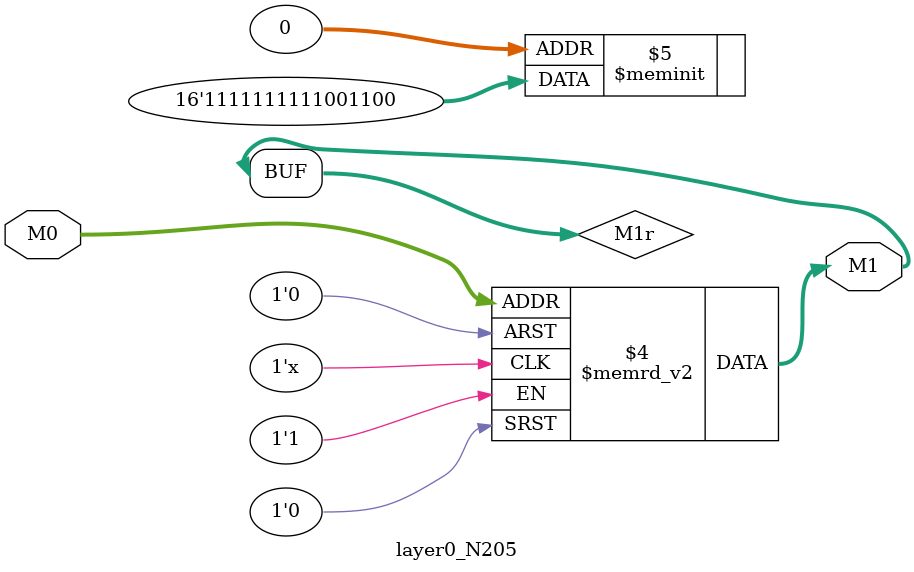
<source format=v>
module layer0_N205 ( input [2:0] M0, output [1:0] M1 );

	(*rom_style = "distributed" *) reg [1:0] M1r;
	assign M1 = M1r;
	always @ (M0) begin
		case (M0)
			3'b000: M1r = 2'b00;
			3'b100: M1r = 2'b11;
			3'b010: M1r = 2'b00;
			3'b110: M1r = 2'b11;
			3'b001: M1r = 2'b11;
			3'b101: M1r = 2'b11;
			3'b011: M1r = 2'b11;
			3'b111: M1r = 2'b11;

		endcase
	end
endmodule

</source>
